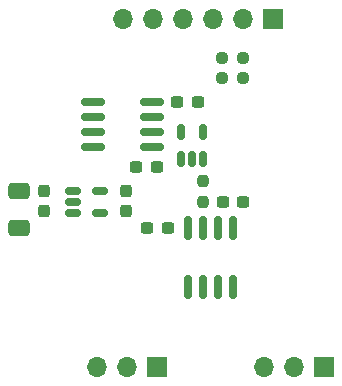
<source format=gts>
G04 #@! TF.GenerationSoftware,KiCad,Pcbnew,7.0.11-2.fc39*
G04 #@! TF.CreationDate,2024-06-09T18:16:26+02:00*
G04 #@! TF.ProjectId,current_measurement_extension,63757272-656e-4745-9f6d-656173757265,1.0*
G04 #@! TF.SameCoordinates,Original*
G04 #@! TF.FileFunction,Soldermask,Top*
G04 #@! TF.FilePolarity,Negative*
%FSLAX46Y46*%
G04 Gerber Fmt 4.6, Leading zero omitted, Abs format (unit mm)*
G04 Created by KiCad (PCBNEW 7.0.11-2.fc39) date 2024-06-09 18:16:26*
%MOMM*%
%LPD*%
G01*
G04 APERTURE LIST*
G04 Aperture macros list*
%AMRoundRect*
0 Rectangle with rounded corners*
0 $1 Rounding radius*
0 $2 $3 $4 $5 $6 $7 $8 $9 X,Y pos of 4 corners*
0 Add a 4 corners polygon primitive as box body*
4,1,4,$2,$3,$4,$5,$6,$7,$8,$9,$2,$3,0*
0 Add four circle primitives for the rounded corners*
1,1,$1+$1,$2,$3*
1,1,$1+$1,$4,$5*
1,1,$1+$1,$6,$7*
1,1,$1+$1,$8,$9*
0 Add four rect primitives between the rounded corners*
20,1,$1+$1,$2,$3,$4,$5,0*
20,1,$1+$1,$4,$5,$6,$7,0*
20,1,$1+$1,$6,$7,$8,$9,0*
20,1,$1+$1,$8,$9,$2,$3,0*%
G04 Aperture macros list end*
%ADD10RoundRect,0.237500X-0.300000X-0.237500X0.300000X-0.237500X0.300000X0.237500X-0.300000X0.237500X0*%
%ADD11RoundRect,0.150000X-0.512500X-0.150000X0.512500X-0.150000X0.512500X0.150000X-0.512500X0.150000X0*%
%ADD12R,1.700000X1.700000*%
%ADD13O,1.700000X1.700000*%
%ADD14RoundRect,0.237500X0.250000X0.237500X-0.250000X0.237500X-0.250000X-0.237500X0.250000X-0.237500X0*%
%ADD15RoundRect,0.237500X-0.237500X0.250000X-0.237500X-0.250000X0.237500X-0.250000X0.237500X0.250000X0*%
%ADD16RoundRect,0.237500X0.300000X0.237500X-0.300000X0.237500X-0.300000X-0.237500X0.300000X-0.237500X0*%
%ADD17RoundRect,0.250000X-0.650000X0.412500X-0.650000X-0.412500X0.650000X-0.412500X0.650000X0.412500X0*%
%ADD18RoundRect,0.150000X-0.825000X-0.150000X0.825000X-0.150000X0.825000X0.150000X-0.825000X0.150000X0*%
%ADD19RoundRect,0.150000X0.150000X-0.512500X0.150000X0.512500X-0.150000X0.512500X-0.150000X-0.512500X0*%
%ADD20RoundRect,0.150000X0.150000X-0.825000X0.150000X0.825000X-0.150000X0.825000X-0.150000X-0.825000X0*%
%ADD21RoundRect,0.237500X-0.237500X0.300000X-0.237500X-0.300000X0.237500X-0.300000X0.237500X0.300000X0*%
G04 APERTURE END LIST*
D10*
X109067600Y-63500000D03*
X110792600Y-63500000D03*
D11*
X96418400Y-62514400D03*
X96418400Y-63464400D03*
X96418400Y-64414400D03*
X98693400Y-64414400D03*
X98693400Y-62514400D03*
D12*
X117652800Y-77419200D03*
D13*
X115112800Y-77419200D03*
X112572800Y-77419200D03*
D14*
X110791000Y-51308000D03*
X108966000Y-51308000D03*
D12*
X103479600Y-77419200D03*
D13*
X100939600Y-77419200D03*
X98399600Y-77419200D03*
D15*
X107391200Y-61675000D03*
X107391200Y-63500000D03*
D16*
X104391800Y-65684400D03*
X102666800Y-65684400D03*
D17*
X91795600Y-62559400D03*
X91795600Y-65684400D03*
D10*
X105206800Y-55016400D03*
X106931800Y-55016400D03*
D18*
X98094800Y-55016400D03*
X98094800Y-56286400D03*
X98094800Y-57556400D03*
X98094800Y-58826400D03*
X103044800Y-58826400D03*
X103044800Y-57556400D03*
X103044800Y-56286400D03*
X103044800Y-55016400D03*
D12*
X113334800Y-48006000D03*
D13*
X110794800Y-48006000D03*
X108254800Y-48006000D03*
X105714800Y-48006000D03*
X103174800Y-48006000D03*
X100634800Y-48006000D03*
D19*
X105491200Y-59842400D03*
X106441200Y-59842400D03*
X107391200Y-59842400D03*
X107391200Y-57567400D03*
X105491200Y-57567400D03*
D16*
X103479600Y-60502800D03*
X101754600Y-60502800D03*
D20*
X106121200Y-70634400D03*
X107391200Y-70634400D03*
X108661200Y-70634400D03*
X109931200Y-70634400D03*
X109931200Y-65684400D03*
X108661200Y-65684400D03*
X107391200Y-65684400D03*
X106121200Y-65684400D03*
D21*
X93929200Y-62537000D03*
X93929200Y-64262000D03*
X100838000Y-62537000D03*
X100838000Y-64262000D03*
D14*
X110792900Y-52984400D03*
X108967900Y-52984400D03*
M02*

</source>
